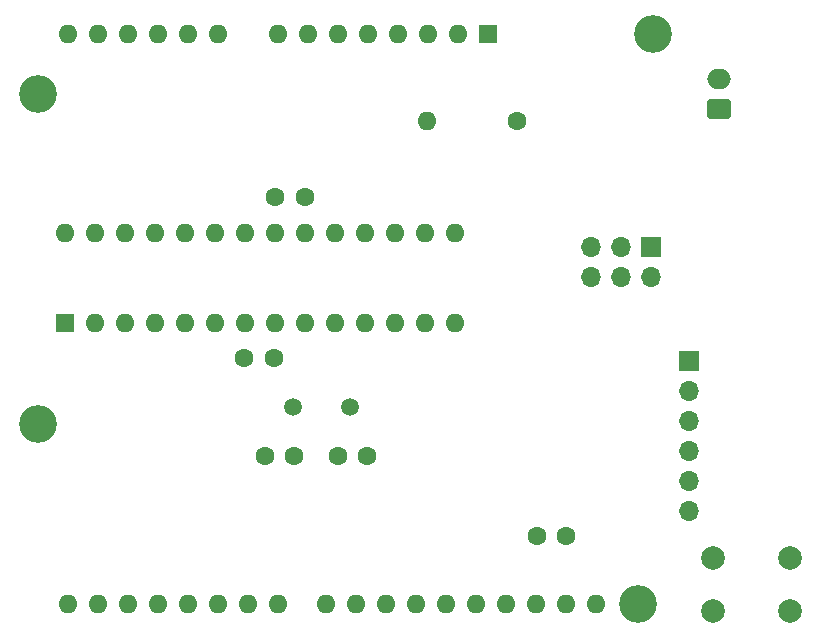
<source format=gbr>
%TF.GenerationSoftware,KiCad,Pcbnew,(6.0.6)*%
%TF.CreationDate,2022-12-23T09:56:40-08:00*%
%TF.ProjectId,AS-MULTI-UNO-01,41532d4d-554c-4544-992d-554e4f2d3031,rev?*%
%TF.SameCoordinates,Original*%
%TF.FileFunction,Soldermask,Bot*%
%TF.FilePolarity,Negative*%
%FSLAX46Y46*%
G04 Gerber Fmt 4.6, Leading zero omitted, Abs format (unit mm)*
G04 Created by KiCad (PCBNEW (6.0.6)) date 2022-12-23 09:56:40*
%MOMM*%
%LPD*%
G01*
G04 APERTURE LIST*
G04 Aperture macros list*
%AMRoundRect*
0 Rectangle with rounded corners*
0 $1 Rounding radius*
0 $2 $3 $4 $5 $6 $7 $8 $9 X,Y pos of 4 corners*
0 Add a 4 corners polygon primitive as box body*
4,1,4,$2,$3,$4,$5,$6,$7,$8,$9,$2,$3,0*
0 Add four circle primitives for the rounded corners*
1,1,$1+$1,$2,$3*
1,1,$1+$1,$4,$5*
1,1,$1+$1,$6,$7*
1,1,$1+$1,$8,$9*
0 Add four rect primitives between the rounded corners*
20,1,$1+$1,$2,$3,$4,$5,0*
20,1,$1+$1,$4,$5,$6,$7,0*
20,1,$1+$1,$6,$7,$8,$9,0*
20,1,$1+$1,$8,$9,$2,$3,0*%
G04 Aperture macros list end*
%ADD10C,2.000000*%
%ADD11R,1.700000X1.700000*%
%ADD12O,1.700000X1.700000*%
%ADD13RoundRect,0.250000X0.750000X-0.600000X0.750000X0.600000X-0.750000X0.600000X-0.750000X-0.600000X0*%
%ADD14O,2.000000X1.700000*%
%ADD15C,1.600000*%
%ADD16R,1.600000X1.600000*%
%ADD17O,1.600000X1.600000*%
%ADD18C,1.500000*%
%ADD19C,3.200000*%
G04 APERTURE END LIST*
D10*
%TO.C,SW1*%
X143331000Y-111186400D03*
X136831000Y-111186400D03*
X136831000Y-115686400D03*
X143331000Y-115686400D03*
%TD*%
D11*
%TO.C,J3*%
X134766200Y-94513400D03*
D12*
X134766200Y-97053400D03*
X134766200Y-99593400D03*
X134766200Y-102133400D03*
X134766200Y-104673400D03*
X134766200Y-107213400D03*
%TD*%
D13*
%TO.C,J2*%
X137337800Y-73177400D03*
D14*
X137337800Y-70677400D03*
%TD*%
D15*
%TO.C,C4*%
X97149600Y-94259400D03*
X99649600Y-94259400D03*
%TD*%
%TO.C,C2*%
X105054400Y-102616000D03*
X107554400Y-102616000D03*
%TD*%
%TO.C,C3*%
X102265800Y-80619600D03*
X99765800Y-80619600D03*
%TD*%
%TO.C,C5*%
X121889200Y-109321600D03*
X124389200Y-109321600D03*
%TD*%
D16*
%TO.C,U1*%
X81940400Y-91313000D03*
D17*
X84480400Y-91313000D03*
X87020400Y-91313000D03*
X89560400Y-91313000D03*
X92100400Y-91313000D03*
X94640400Y-91313000D03*
X97180400Y-91313000D03*
X99720400Y-91313000D03*
X102260400Y-91313000D03*
X104800400Y-91313000D03*
X107340400Y-91313000D03*
X109880400Y-91313000D03*
X112420400Y-91313000D03*
X114960400Y-91313000D03*
X114960400Y-83693000D03*
X112420400Y-83693000D03*
X109880400Y-83693000D03*
X107340400Y-83693000D03*
X104800400Y-83693000D03*
X102260400Y-83693000D03*
X99720400Y-83693000D03*
X97180400Y-83693000D03*
X94640400Y-83693000D03*
X92100400Y-83693000D03*
X89560400Y-83693000D03*
X87020400Y-83693000D03*
X84480400Y-83693000D03*
X81940400Y-83693000D03*
%TD*%
D11*
%TO.C,J1*%
X131531600Y-84856400D03*
D12*
X131531600Y-87396400D03*
X128991600Y-84856400D03*
X128991600Y-87396400D03*
X126451600Y-84856400D03*
X126451600Y-87396400D03*
%TD*%
D15*
%TO.C,R1*%
X120243600Y-74218800D03*
D17*
X112623600Y-74218800D03*
%TD*%
D18*
%TO.C,Y1*%
X101244400Y-98425000D03*
X106124400Y-98425000D03*
%TD*%
D15*
%TO.C,C1*%
X101376800Y-102590600D03*
X98876800Y-102590600D03*
%TD*%
D19*
%TO.C,A1*%
X131775200Y-66852800D03*
X79705200Y-99872800D03*
X79705200Y-71932800D03*
X130505200Y-115112800D03*
D16*
X117805200Y-66852800D03*
D17*
X115265200Y-66852800D03*
X112725200Y-66852800D03*
X110185200Y-66852800D03*
X107645200Y-66852800D03*
X105105200Y-66852800D03*
X102565200Y-66852800D03*
X100025200Y-66852800D03*
X94945200Y-66852800D03*
X92405200Y-66852800D03*
X89865200Y-66852800D03*
X87325200Y-66852800D03*
X84785200Y-66852800D03*
X82245200Y-66852800D03*
X82245200Y-115112800D03*
X84785200Y-115112800D03*
X87325200Y-115112800D03*
X89865200Y-115112800D03*
X92405200Y-115112800D03*
X94945200Y-115112800D03*
X97485200Y-115112800D03*
X100025200Y-115112800D03*
X104085200Y-115112800D03*
X106625200Y-115112800D03*
X109165200Y-115112800D03*
X111705200Y-115112800D03*
X114245200Y-115112800D03*
X116785200Y-115112800D03*
X119325200Y-115112800D03*
X121865200Y-115112800D03*
X124405200Y-115112800D03*
X126945200Y-115112800D03*
%TD*%
M02*

</source>
